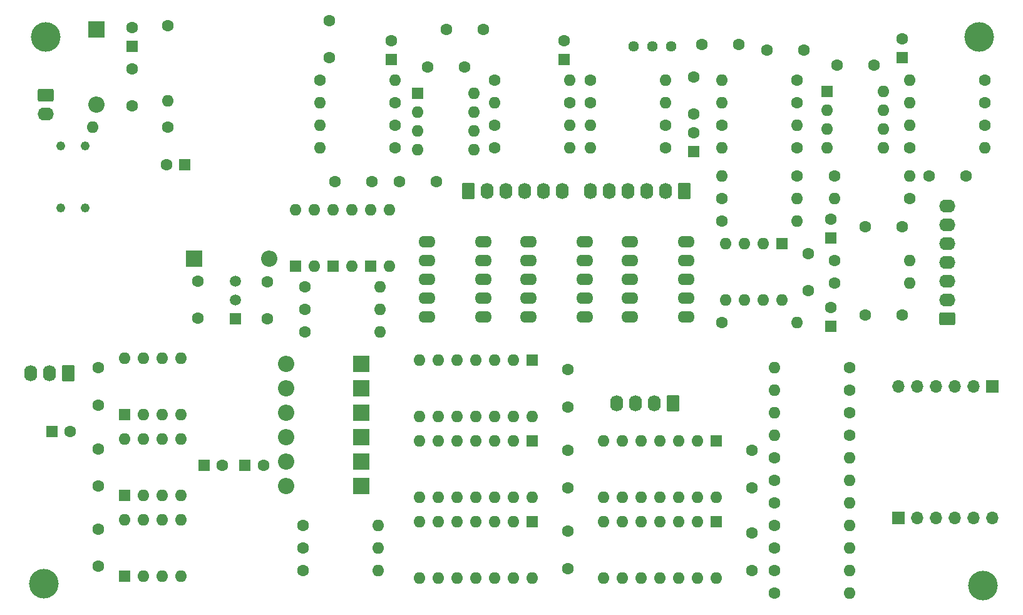
<source format=gbr>
%TF.GenerationSoftware,KiCad,Pcbnew,7.0.6*%
%TF.CreationDate,2023-09-11T14:55:37-04:00*%
%TF.ProjectId,summer,73756d6d-6572-42e6-9b69-6361645f7063,rev?*%
%TF.SameCoordinates,Original*%
%TF.FileFunction,Soldermask,Top*%
%TF.FilePolarity,Negative*%
%FSLAX46Y46*%
G04 Gerber Fmt 4.6, Leading zero omitted, Abs format (unit mm)*
G04 Created by KiCad (PCBNEW 7.0.6) date 2023-09-11 14:55:37*
%MOMM*%
%LPD*%
G01*
G04 APERTURE LIST*
G04 Aperture macros list*
%AMRoundRect*
0 Rectangle with rounded corners*
0 $1 Rounding radius*
0 $2 $3 $4 $5 $6 $7 $8 $9 X,Y pos of 4 corners*
0 Add a 4 corners polygon primitive as box body*
4,1,4,$2,$3,$4,$5,$6,$7,$8,$9,$2,$3,0*
0 Add four circle primitives for the rounded corners*
1,1,$1+$1,$2,$3*
1,1,$1+$1,$4,$5*
1,1,$1+$1,$6,$7*
1,1,$1+$1,$8,$9*
0 Add four rect primitives between the rounded corners*
20,1,$1+$1,$2,$3,$4,$5,0*
20,1,$1+$1,$4,$5,$6,$7,0*
20,1,$1+$1,$6,$7,$8,$9,0*
20,1,$1+$1,$8,$9,$2,$3,0*%
G04 Aperture macros list end*
%ADD10R,2.200000X2.200000*%
%ADD11O,2.200000X2.200000*%
%ADD12C,1.600000*%
%ADD13R,1.600000X1.600000*%
%ADD14O,1.600000X1.600000*%
%ADD15C,4.000000*%
%ADD16RoundRect,0.250000X0.620000X0.845000X-0.620000X0.845000X-0.620000X-0.845000X0.620000X-0.845000X0*%
%ADD17O,1.740000X2.190000*%
%ADD18O,2.300000X1.600000*%
%ADD19R,1.700000X1.700000*%
%ADD20O,1.700000X1.700000*%
%ADD21RoundRect,0.250000X-0.845000X0.620000X-0.845000X-0.620000X0.845000X-0.620000X0.845000X0.620000X0*%
%ADD22O,2.190000X1.740000*%
%ADD23C,1.219200*%
%ADD24RoundRect,0.250000X0.845000X-0.620000X0.845000X0.620000X-0.845000X0.620000X-0.845000X-0.620000X0*%
%ADD25RoundRect,0.250000X-0.620000X-0.845000X0.620000X-0.845000X0.620000X0.845000X-0.620000X0.845000X0*%
%ADD26R,1.500000X1.500000*%
%ADD27C,1.500000*%
%ADD28C,1.440000*%
G04 APERTURE END LIST*
D10*
%TO.C,D6*%
X-40386000Y-13716000D03*
D11*
X-50546000Y-13716000D03*
%TD*%
D12*
%TO.C,C26*%
X-26456000Y26416000D03*
X-31456000Y26416000D03*
%TD*%
%TO.C,C19*%
X4572000Y20066000D03*
X4572000Y25066000D03*
%TD*%
D13*
%TO.C,C3*%
X-71374000Y29210000D03*
D12*
X-71374000Y31710000D03*
%TD*%
D13*
%TO.C,U10*%
X-49276000Y-508000D03*
D14*
X-46736000Y-508000D03*
X-46736000Y7112000D03*
X-49276000Y7112000D03*
%TD*%
D15*
%TO.C,HOLE4*%
X-83312000Y-43434000D03*
%TD*%
D10*
%TO.C,D5*%
X-40386000Y-17018000D03*
D11*
X-50546000Y-17018000D03*
%TD*%
D16*
%TO.C,J12*%
X-80010000Y-14986000D03*
D17*
X-82550000Y-14986000D03*
X-85090000Y-14986000D03*
%TD*%
D12*
%TO.C,R35*%
X-48260000Y-38608000D03*
D14*
X-38100000Y-38608000D03*
%TD*%
D12*
%TO.C,C20*%
X5628000Y29464000D03*
X10628000Y29464000D03*
%TD*%
D13*
%TO.C,C8*%
X23114000Y-8636000D03*
D12*
X23114000Y-6136000D03*
%TD*%
D13*
%TO.C,C10*%
X23114000Y3343144D03*
D12*
X23114000Y5843144D03*
%TD*%
%TO.C,R17*%
X-35814000Y18542000D03*
D14*
X-45974000Y18542000D03*
%TD*%
D18*
%TO.C,K1*%
X-23861000Y-7366000D03*
X-23861000Y-4826000D03*
X-23861000Y-2286000D03*
X-23861000Y254000D03*
X-23861000Y2794000D03*
X-31481000Y2794000D03*
X-31481000Y254000D03*
X-31481000Y-2286000D03*
X-31481000Y-4826000D03*
X-31481000Y-7366000D03*
%TD*%
D12*
%TO.C,R42*%
X15494000Y-26416000D03*
D14*
X25654000Y-26416000D03*
%TD*%
D13*
%TO.C,U13*%
X7620000Y-35052000D03*
D14*
X5080000Y-35052000D03*
X2540000Y-35052000D03*
X0Y-35052000D03*
X-2540000Y-35052000D03*
X-5080000Y-35052000D03*
X-7620000Y-35052000D03*
X-7620000Y-42672000D03*
X-5080000Y-42672000D03*
X-2540000Y-42672000D03*
X0Y-42672000D03*
X2540000Y-42672000D03*
X5080000Y-42672000D03*
X7620000Y-42672000D03*
%TD*%
D12*
%TO.C,R3*%
X-66548000Y18288000D03*
D14*
X-76708000Y18288000D03*
%TD*%
D10*
%TO.C,D10*%
X-40386000Y-26924000D03*
D11*
X-50546000Y-26924000D03*
%TD*%
D12*
%TO.C,R46*%
X15494000Y-44704000D03*
D14*
X25654000Y-44704000D03*
%TD*%
D12*
%TO.C,R23*%
X-22352000Y24638000D03*
D14*
X-12192000Y24638000D03*
%TD*%
D12*
%TO.C,C9*%
X27726000Y4826000D03*
X32726000Y4826000D03*
%TD*%
%TO.C,R36*%
X-48006000Y-9398000D03*
D14*
X-37846000Y-9398000D03*
%TD*%
D12*
%TO.C,C5*%
X-53086000Y-7620000D03*
X-53086000Y-2620000D03*
%TD*%
D15*
%TO.C,HOLE3*%
X-83058000Y30480000D03*
%TD*%
D12*
%TO.C,C14*%
X-44704000Y27686000D03*
X-44704000Y32686000D03*
%TD*%
%TO.C,R12*%
X33782000Y15494000D03*
D14*
X43942000Y15494000D03*
%TD*%
D12*
%TO.C,R44*%
X15494000Y-32512000D03*
D14*
X25654000Y-32512000D03*
%TD*%
D13*
%TO.C,U14*%
X-17272000Y-24130000D03*
D14*
X-19812000Y-24130000D03*
X-22352000Y-24130000D03*
X-24892000Y-24130000D03*
X-27432000Y-24130000D03*
X-29972000Y-24130000D03*
X-32512000Y-24130000D03*
X-32512000Y-31750000D03*
X-29972000Y-31750000D03*
X-27432000Y-31750000D03*
X-24892000Y-31750000D03*
X-22352000Y-31750000D03*
X-19812000Y-31750000D03*
X-17272000Y-31750000D03*
%TD*%
D12*
%TO.C,R6*%
X33782000Y8636000D03*
D14*
X23622000Y8636000D03*
%TD*%
D13*
%TO.C,U11*%
X-17272000Y-13208000D03*
D14*
X-19812000Y-13208000D03*
X-22352000Y-13208000D03*
X-24892000Y-13208000D03*
X-27432000Y-13208000D03*
X-29972000Y-13208000D03*
X-32512000Y-13208000D03*
X-32512000Y-20828000D03*
X-29972000Y-20828000D03*
X-27432000Y-20828000D03*
X-24892000Y-20828000D03*
X-22352000Y-20828000D03*
X-19812000Y-20828000D03*
X-17272000Y-20828000D03*
%TD*%
D12*
%TO.C,R45*%
X15494000Y-41656000D03*
D14*
X25654000Y-41656000D03*
%TD*%
D12*
%TO.C,R13*%
X43942000Y18542000D03*
D14*
X33782000Y18542000D03*
%TD*%
D12*
%TO.C,R43*%
X15494000Y-29464000D03*
D14*
X25654000Y-29464000D03*
%TD*%
D13*
%TO.C,U6*%
X-72390000Y-31511000D03*
D14*
X-69850000Y-31511000D03*
X-67310000Y-31511000D03*
X-64770000Y-31511000D03*
X-64770000Y-23891000D03*
X-67310000Y-23891000D03*
X-69850000Y-23891000D03*
X-72390000Y-23891000D03*
%TD*%
D12*
%TO.C,C16*%
X-23916000Y31496000D03*
X-28916000Y31496000D03*
%TD*%
%TO.C,R47*%
X15494000Y-35560000D03*
D14*
X25654000Y-35560000D03*
%TD*%
D12*
%TO.C,C28*%
X-75946000Y-14264000D03*
X-75946000Y-19264000D03*
%TD*%
D19*
%TO.C,J23*%
X32258000Y-34544000D03*
D20*
X34798000Y-34544000D03*
X37338000Y-34544000D03*
X39878000Y-34544000D03*
X42418000Y-34544000D03*
X44958000Y-34544000D03*
%TD*%
D13*
%TO.C,C23*%
X-61682000Y-27432000D03*
D12*
X-59182000Y-27432000D03*
%TD*%
%TO.C,R40*%
X25654000Y-20320000D03*
D14*
X15494000Y-20320000D03*
%TD*%
D12*
%TO.C,R37*%
X-48260000Y-41656000D03*
D14*
X-38100000Y-41656000D03*
%TD*%
D12*
%TO.C,R20*%
X-22352000Y15494000D03*
D14*
X-12192000Y15494000D03*
%TD*%
D12*
%TO.C,C25*%
X20066000Y-3790000D03*
X20066000Y1210000D03*
%TD*%
D18*
%TO.C,K3*%
X3571000Y-7366000D03*
X3571000Y-4826000D03*
X3571000Y-2286000D03*
X3571000Y254000D03*
X3571000Y2794000D03*
X-4049000Y2794000D03*
X-4049000Y254000D03*
X-4049000Y-2286000D03*
X-4049000Y-4826000D03*
X-4049000Y-7366000D03*
%TD*%
D13*
%TO.C,C4*%
X-64262000Y13208000D03*
D12*
X-66762000Y13208000D03*
%TD*%
D13*
%TO.C,U5*%
X-72380000Y-20564000D03*
D14*
X-69840000Y-20564000D03*
X-67300000Y-20564000D03*
X-64760000Y-20564000D03*
X-64760000Y-12944000D03*
X-67300000Y-12944000D03*
X-69840000Y-12944000D03*
X-72380000Y-12944000D03*
%TD*%
D12*
%TO.C,R33*%
X-48260000Y-35560000D03*
D14*
X-38100000Y-35560000D03*
%TD*%
D12*
%TO.C,C13*%
X-38942000Y10922000D03*
X-43942000Y10922000D03*
%TD*%
%TO.C,C34*%
X-12446000Y-30440000D03*
X-12446000Y-25440000D03*
%TD*%
D10*
%TO.C,D7*%
X-40386000Y-23622000D03*
D11*
X-50546000Y-23622000D03*
%TD*%
D12*
%TO.C,R31*%
X18542000Y15494000D03*
D14*
X8382000Y15494000D03*
%TD*%
D16*
%TO.C,J11*%
X3302000Y9672000D03*
D17*
X762000Y9672000D03*
X-1778000Y9672000D03*
X-4318000Y9672000D03*
X-6858000Y9672000D03*
X-9398000Y9672000D03*
%TD*%
D12*
%TO.C,R8*%
X8382000Y5568000D03*
D14*
X18542000Y5568000D03*
%TD*%
D13*
%TO.C,C24*%
X-82231112Y-22860000D03*
D12*
X-79731112Y-22860000D03*
%TD*%
D13*
%TO.C,U2*%
X16500000Y2510000D03*
D14*
X13960000Y2510000D03*
X11420000Y2510000D03*
X8880000Y2510000D03*
X8880000Y-5110000D03*
X11420000Y-5110000D03*
X13960000Y-5110000D03*
X16500000Y-5110000D03*
%TD*%
D18*
%TO.C,K2*%
X-10145000Y-7366000D03*
X-10145000Y-4826000D03*
X-10145000Y-2286000D03*
X-10145000Y254000D03*
X-10145000Y2794000D03*
X-17765000Y2794000D03*
X-17765000Y254000D03*
X-17765000Y-2286000D03*
X-17765000Y-4826000D03*
X-17765000Y-7366000D03*
%TD*%
D12*
%TO.C,R32*%
X-48006000Y-3302000D03*
D14*
X-37846000Y-3302000D03*
%TD*%
D12*
%TO.C,R16*%
X-35814000Y15494000D03*
D14*
X-45974000Y15494000D03*
%TD*%
D12*
%TO.C,R24*%
X762000Y15494000D03*
D14*
X-9398000Y15494000D03*
%TD*%
D12*
%TO.C,C6*%
X-62484000Y-2540000D03*
X-62484000Y-7540000D03*
%TD*%
%TO.C,R10*%
X8382000Y8636000D03*
D14*
X18542000Y8636000D03*
%TD*%
D21*
%TO.C,J10*%
X-83058000Y22566000D03*
D22*
X-83058000Y20026000D03*
%TD*%
D23*
%TO.C,NT4*%
X-81026000Y7366000D03*
X-77774800Y7366000D03*
%TD*%
D12*
%TO.C,R18*%
X-35814000Y21590000D03*
D14*
X-45974000Y21590000D03*
%TD*%
D12*
%TO.C,R14*%
X43942000Y24638000D03*
D14*
X33782000Y24638000D03*
%TD*%
D13*
%TO.C,U9*%
X-44196000Y-508000D03*
D14*
X-41656000Y-508000D03*
X-41656000Y7112000D03*
X-44196000Y7112000D03*
%TD*%
D12*
%TO.C,R39*%
X25654000Y-17272000D03*
D14*
X15494000Y-17272000D03*
%TD*%
D12*
%TO.C,C29*%
X-75956000Y-25211000D03*
X-75956000Y-30211000D03*
%TD*%
%TO.C,C32*%
X-12446000Y-41362000D03*
X-12446000Y-36362000D03*
%TD*%
D13*
%TO.C,C12*%
X32766000Y27686000D03*
D12*
X32766000Y30186000D03*
%TD*%
%TO.C,C15*%
X-35266000Y10922000D03*
X-30266000Y10922000D03*
%TD*%
%TO.C,C2*%
X-71374000Y26162000D03*
X-71374000Y21162000D03*
%TD*%
%TO.C,R27*%
X762000Y18542000D03*
D14*
X-9398000Y18542000D03*
%TD*%
D12*
%TO.C,C11*%
X36362000Y11684000D03*
X41362000Y11684000D03*
%TD*%
%TO.C,R11*%
X23622000Y254000D03*
D14*
X33782000Y254000D03*
%TD*%
D24*
%TO.C,J15*%
X38862000Y-7620000D03*
D22*
X38862000Y-5080000D03*
X38862000Y-2540000D03*
X38862000Y0D03*
X38862000Y2540000D03*
X38862000Y5080000D03*
X38862000Y7620000D03*
%TD*%
D25*
%TO.C,J14*%
X-25908000Y9632000D03*
D17*
X-23368000Y9632000D03*
X-20828000Y9632000D03*
X-18288000Y9632000D03*
X-15748000Y9632000D03*
X-13208000Y9632000D03*
%TD*%
D13*
%TO.C,U15*%
X7620000Y-24130000D03*
D14*
X5080000Y-24130000D03*
X2540000Y-24130000D03*
X0Y-24130000D03*
X-2540000Y-24130000D03*
X-5080000Y-24130000D03*
X-7620000Y-24130000D03*
X-7620000Y-31750000D03*
X-5080000Y-31750000D03*
X-2540000Y-31750000D03*
X0Y-31750000D03*
X2540000Y-31750000D03*
X5080000Y-31750000D03*
X7620000Y-31750000D03*
%TD*%
D10*
%TO.C,D8*%
X-40386000Y-20320000D03*
D11*
X-50546000Y-20320000D03*
%TD*%
D12*
%TO.C,R38*%
X25654000Y-14224000D03*
D14*
X15494000Y-14224000D03*
%TD*%
D13*
%TO.C,C18*%
X-12954000Y27473144D03*
D12*
X-12954000Y29973144D03*
%TD*%
%TO.C,R28*%
X43942000Y21590000D03*
D14*
X33782000Y21590000D03*
%TD*%
D13*
%TO.C,U3*%
X-32756000Y22850000D03*
D14*
X-32756000Y20310000D03*
X-32756000Y17770000D03*
X-32756000Y15230000D03*
X-25136000Y15230000D03*
X-25136000Y17770000D03*
X-25136000Y20310000D03*
X-25136000Y22850000D03*
%TD*%
D12*
%TO.C,R7*%
X23622000Y-2794000D03*
D14*
X33782000Y-2794000D03*
%TD*%
D12*
%TO.C,R2*%
X-66548000Y32004000D03*
D14*
X-66548000Y21844000D03*
%TD*%
D12*
%TO.C,C27*%
X28956000Y26670000D03*
X23956000Y26670000D03*
%TD*%
%TO.C,C33*%
X12446000Y-41616000D03*
X12446000Y-36616000D03*
%TD*%
D13*
%TO.C,U12*%
X-17272000Y-35052000D03*
D14*
X-19812000Y-35052000D03*
X-22352000Y-35052000D03*
X-24892000Y-35052000D03*
X-27432000Y-35052000D03*
X-29972000Y-35052000D03*
X-32512000Y-35052000D03*
X-32512000Y-42672000D03*
X-29972000Y-42672000D03*
X-27432000Y-42672000D03*
X-24892000Y-42672000D03*
X-22352000Y-42672000D03*
X-19812000Y-42672000D03*
X-17272000Y-42672000D03*
%TD*%
D10*
%TO.C,D1*%
X-76200000Y31496000D03*
D11*
X-76200000Y21336000D03*
%TD*%
D16*
%TO.C,J16*%
X1778000Y-19050000D03*
D17*
X-762000Y-19050000D03*
X-3302000Y-19050000D03*
X-5842000Y-19050000D03*
%TD*%
D26*
%TO.C,U1*%
X-57404000Y-7620000D03*
D27*
X-57404000Y-5080000D03*
X-57404000Y-2540000D03*
%TD*%
D10*
%TO.C,D2*%
X-62992000Y508000D03*
D11*
X-52832000Y508000D03*
%TD*%
D12*
%TO.C,C30*%
X-75936000Y-36098000D03*
X-75936000Y-41098000D03*
%TD*%
%TO.C,C35*%
X12446000Y-30440000D03*
X12446000Y-25440000D03*
%TD*%
%TO.C,R34*%
X-48006000Y-6355000D03*
D14*
X-37846000Y-6355000D03*
%TD*%
D13*
%TO.C,C22*%
X-56134000Y-27432000D03*
D12*
X-53634000Y-27432000D03*
%TD*%
%TO.C,R9*%
X18542000Y11684000D03*
D14*
X8382000Y11684000D03*
%TD*%
D19*
%TO.C,J24*%
X44958000Y-16764000D03*
D20*
X42418000Y-16764000D03*
X39878000Y-16764000D03*
X37338000Y-16764000D03*
X34798000Y-16764000D03*
X32258000Y-16764000D03*
%TD*%
D12*
%TO.C,R29*%
X18542000Y21590000D03*
D14*
X8382000Y21590000D03*
%TD*%
D12*
%TO.C,C36*%
X14478000Y28702000D03*
X19478000Y28702000D03*
%TD*%
%TO.C,R22*%
X-12192000Y21590000D03*
D14*
X-22352000Y21590000D03*
%TD*%
D15*
%TO.C,HOLE2*%
X43180000Y30480000D03*
%TD*%
%TO.C,HOLE1*%
X43688000Y-43688000D03*
%TD*%
D12*
%TO.C,R41*%
X25654000Y-23368000D03*
D14*
X15494000Y-23368000D03*
%TD*%
D12*
%TO.C,C31*%
X-12446000Y-19518000D03*
X-12446000Y-14518000D03*
%TD*%
D23*
%TO.C,NT1*%
X-81026000Y15748000D03*
X-77774800Y15748000D03*
%TD*%
D13*
%TO.C,U4*%
X22606000Y23104000D03*
D14*
X22606000Y20564000D03*
X22606000Y18024000D03*
X22606000Y15484000D03*
X30226000Y15484000D03*
X30226000Y18024000D03*
X30226000Y20564000D03*
X30226000Y23104000D03*
%TD*%
D13*
%TO.C,U7*%
X-72380000Y-42408000D03*
D14*
X-69840000Y-42408000D03*
X-67300000Y-42408000D03*
X-64760000Y-42408000D03*
X-64760000Y-34788000D03*
X-67300000Y-34788000D03*
X-69840000Y-34788000D03*
X-72380000Y-34788000D03*
%TD*%
D10*
%TO.C,D9*%
X-40386000Y-30226000D03*
D11*
X-50546000Y-30226000D03*
%TD*%
D12*
%TO.C,R19*%
X-45974000Y24638000D03*
D14*
X-35814000Y24638000D03*
%TD*%
D12*
%TO.C,R30*%
X8382000Y18542000D03*
D14*
X18542000Y18542000D03*
%TD*%
D13*
%TO.C,C21*%
X4572000Y14986000D03*
D12*
X4572000Y17486000D03*
%TD*%
D28*
%TO.C,VR1*%
X-3556000Y29210000D03*
X-1016000Y29210000D03*
X1524000Y29210000D03*
%TD*%
D12*
%TO.C,R5*%
X23622000Y11684000D03*
D14*
X33782000Y11684000D03*
%TD*%
D12*
%TO.C,R21*%
X-22352000Y18542000D03*
D14*
X-12192000Y18542000D03*
%TD*%
D12*
%TO.C,C7*%
X27726000Y-7112000D03*
X32726000Y-7112000D03*
%TD*%
%TO.C,R15*%
X18542000Y24638000D03*
D14*
X8382000Y24638000D03*
%TD*%
D12*
%TO.C,R26*%
X-9398000Y21590000D03*
D14*
X762000Y21590000D03*
%TD*%
D13*
%TO.C,U8*%
X-39116000Y-508000D03*
D14*
X-36576000Y-508000D03*
X-36576000Y7112000D03*
X-39116000Y7112000D03*
%TD*%
D12*
%TO.C,R48*%
X15494000Y-38608000D03*
D14*
X25654000Y-38608000D03*
%TD*%
D12*
%TO.C,R4*%
X8382000Y-8148000D03*
D14*
X18542000Y-8148000D03*
%TD*%
D13*
%TO.C,C17*%
X-36322000Y27432000D03*
D12*
X-36322000Y29932000D03*
%TD*%
%TO.C,R25*%
X-9398000Y24638000D03*
D14*
X762000Y24638000D03*
%TD*%
M02*

</source>
